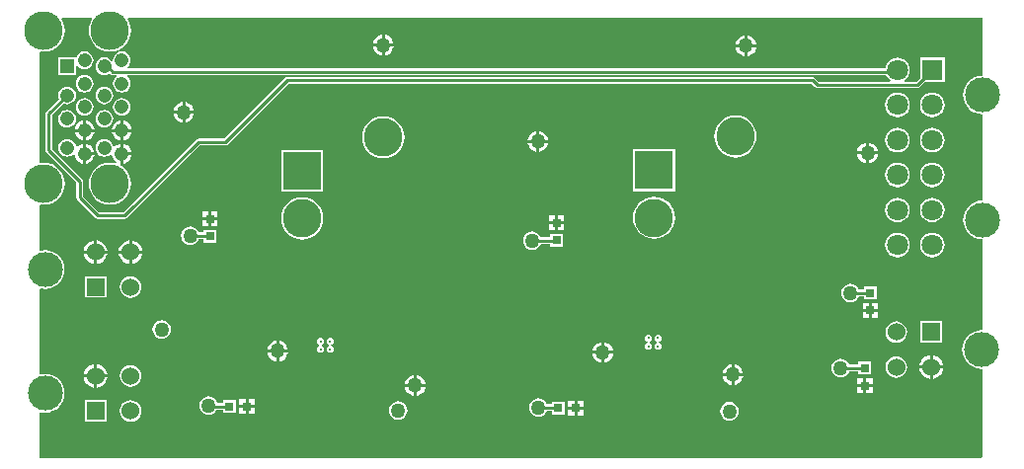
<source format=gtl>
G04*
G04 #@! TF.GenerationSoftware,Altium Limited,Altium Designer,20.2.6 (244)*
G04*
G04 Layer_Physical_Order=1*
G04 Layer_Color=255*
%FSLAX25Y25*%
%MOIN*%
G70*
G04*
G04 #@! TF.SameCoordinates,6757E463-D53E-4A0F-BFD9-6918A9DD6810*
G04*
G04*
G04 #@! TF.FilePolarity,Positive*
G04*
G01*
G75*
%ADD13C,0.01000*%
%ADD19C,0.01181*%
%ADD28R,0.03150X0.03150*%
%ADD29R,0.03150X0.03150*%
%ADD30R,0.04756X0.04756*%
%ADD31C,0.04756*%
%ADD32C,0.13055*%
%ADD33C,0.11811*%
%ADD34R,0.06024X0.06024*%
%ADD35C,0.06024*%
%ADD36R,0.07087X0.07087*%
%ADD37C,0.07087*%
%ADD38C,0.13000*%
%ADD39R,0.13000X0.13000*%
%ADD40C,0.05000*%
G36*
X328596Y128983D02*
X327465Y128872D01*
X326240Y128500D01*
X325112Y127897D01*
X324122Y127085D01*
X323311Y126096D01*
X322707Y124967D01*
X322336Y123743D01*
X322211Y122469D01*
X322336Y121196D01*
X322707Y119972D01*
X323311Y118843D01*
X324122Y117854D01*
X325112Y117042D01*
X326240Y116439D01*
X327465Y116067D01*
X328596Y115956D01*
Y86857D01*
X327465Y86746D01*
X326240Y86374D01*
X325112Y85771D01*
X324122Y84959D01*
X323311Y83970D01*
X322707Y82841D01*
X322336Y81617D01*
X322211Y80344D01*
X322336Y79070D01*
X322707Y77846D01*
X323311Y76717D01*
X324122Y75728D01*
X325112Y74916D01*
X326240Y74313D01*
X327465Y73941D01*
X328596Y73830D01*
Y43240D01*
X328438Y43097D01*
X327165Y42972D01*
X325940Y42600D01*
X324812Y41997D01*
X323822Y41185D01*
X323011Y40196D01*
X322407Y39067D01*
X322036Y37843D01*
X321911Y36569D01*
X322036Y35296D01*
X322407Y34071D01*
X323011Y32943D01*
X323822Y31954D01*
X324812Y31142D01*
X325940Y30539D01*
X327165Y30167D01*
X328438Y30042D01*
X328596Y29899D01*
Y433D01*
X328420Y6D01*
X10290D01*
Y15195D01*
X10692Y15493D01*
X11057Y15382D01*
X12330Y15257D01*
X13604Y15382D01*
X14828Y15754D01*
X15957Y16357D01*
X16946Y17169D01*
X17758Y18158D01*
X18361Y19286D01*
X18732Y20511D01*
X18858Y21784D01*
X18732Y23058D01*
X18361Y24283D01*
X17758Y25411D01*
X16946Y26400D01*
X15957Y27212D01*
X14828Y27815D01*
X13604Y28187D01*
X12330Y28312D01*
X11057Y28187D01*
X10692Y28076D01*
X10290Y28374D01*
Y56995D01*
X10692Y57293D01*
X11057Y57182D01*
X12330Y57057D01*
X13604Y57182D01*
X14828Y57554D01*
X15957Y58157D01*
X16946Y58969D01*
X17758Y59958D01*
X18361Y61086D01*
X18732Y62311D01*
X18858Y63585D01*
X18732Y64858D01*
X18361Y66082D01*
X17758Y67211D01*
X16946Y68200D01*
X15957Y69012D01*
X14828Y69615D01*
X13604Y69987D01*
X12330Y70112D01*
X11057Y69987D01*
X10692Y69876D01*
X10290Y70174D01*
X10290Y85114D01*
X10790Y85518D01*
X11846Y85414D01*
X13241Y85552D01*
X14583Y85959D01*
X15820Y86620D01*
X16904Y87509D01*
X17793Y88593D01*
X18454Y89830D01*
X18861Y91171D01*
X18999Y92567D01*
X18861Y93962D01*
X18454Y95304D01*
X17793Y96541D01*
X16904Y97624D01*
X15820Y98514D01*
X14583Y99175D01*
X13241Y99582D01*
X11846Y99719D01*
X10790Y99615D01*
X10290Y100020D01*
Y136846D01*
X10790Y137251D01*
X11846Y137147D01*
X13241Y137284D01*
X14583Y137691D01*
X15820Y138352D01*
X16904Y139242D01*
X17793Y140325D01*
X18454Y141562D01*
X18861Y142904D01*
X18999Y144299D01*
X18861Y145694D01*
X18454Y147036D01*
X17851Y148165D01*
X18044Y148665D01*
X28011D01*
X28203Y148165D01*
X27600Y147036D01*
X27193Y145694D01*
X27056Y144299D01*
X27193Y142904D01*
X27600Y141562D01*
X28261Y140325D01*
X29151Y139242D01*
X30234Y138352D01*
X31471Y137691D01*
X32813Y137284D01*
X34208Y137147D01*
X35604Y137284D01*
X36945Y137691D01*
X38182Y138352D01*
X39266Y139242D01*
X40155Y140325D01*
X40816Y141562D01*
X41223Y142904D01*
X41361Y144299D01*
X41223Y145694D01*
X40816Y147036D01*
X40213Y148165D01*
X40406Y148665D01*
X328596D01*
Y128983D01*
D02*
G37*
%LPC*%
G36*
X127000Y142854D02*
Y139890D01*
X129964D01*
X129910Y140304D01*
X129557Y141155D01*
X128996Y141886D01*
X128265Y142447D01*
X127414Y142800D01*
X127000Y142854D01*
D02*
G37*
G36*
X126000D02*
X125586Y142800D01*
X124735Y142447D01*
X124004Y141886D01*
X123443Y141155D01*
X123090Y140304D01*
X123036Y139890D01*
X126000D01*
Y142854D01*
D02*
G37*
G36*
X249400Y142604D02*
Y139640D01*
X252364D01*
X252310Y140054D01*
X251957Y140905D01*
X251396Y141636D01*
X250665Y142197D01*
X249814Y142550D01*
X249400Y142604D01*
D02*
G37*
G36*
X248400D02*
X247986Y142550D01*
X247135Y142197D01*
X246404Y141636D01*
X245843Y140905D01*
X245490Y140054D01*
X245436Y139640D01*
X248400D01*
Y142604D01*
D02*
G37*
G36*
X129964Y138890D02*
X127000D01*
Y135926D01*
X127414Y135980D01*
X128265Y136333D01*
X128996Y136894D01*
X129557Y137625D01*
X129910Y138476D01*
X129964Y138890D01*
D02*
G37*
G36*
X126000D02*
X123036D01*
X123090Y138476D01*
X123443Y137625D01*
X124004Y136894D01*
X124735Y136333D01*
X125586Y135980D01*
X126000Y135926D01*
Y138890D01*
D02*
G37*
G36*
X252364Y138640D02*
X249400D01*
Y135676D01*
X249814Y135730D01*
X250665Y136083D01*
X251396Y136644D01*
X251957Y137375D01*
X252310Y138226D01*
X252364Y138640D01*
D02*
G37*
G36*
X248400D02*
X245436D01*
X245490Y138226D01*
X245843Y137375D01*
X246404Y136644D01*
X247135Y136083D01*
X247986Y135730D01*
X248400Y135676D01*
Y138640D01*
D02*
G37*
G36*
X38224Y137175D02*
X37449Y137073D01*
X36727Y136774D01*
X36107Y136298D01*
X35631Y135678D01*
X35332Y134956D01*
X35230Y134181D01*
X35240Y134102D01*
X34762Y133904D01*
X34436Y134330D01*
X33816Y134806D01*
X33093Y135105D01*
X32318Y135207D01*
X31543Y135105D01*
X30821Y134806D01*
X30201Y134330D01*
X29725Y133710D01*
X29426Y132987D01*
X29324Y132212D01*
X29426Y131438D01*
X29725Y130716D01*
X30201Y130095D01*
X30821Y129620D01*
X31543Y129320D01*
X32318Y129218D01*
X33093Y129320D01*
X33816Y129620D01*
X34121Y129854D01*
X34458Y129517D01*
X34458Y129517D01*
X34819Y129276D01*
X35244Y129191D01*
X36285D01*
X36455Y128691D01*
X36107Y128424D01*
X35631Y127804D01*
X35332Y127082D01*
X35230Y126307D01*
X35332Y125532D01*
X35631Y124810D01*
X36107Y124190D01*
X36727Y123714D01*
X37449Y123415D01*
X38224Y123313D01*
X38999Y123415D01*
X39721Y123714D01*
X40341Y124190D01*
X40817Y124810D01*
X41116Y125532D01*
X41218Y126307D01*
X41116Y127082D01*
X40817Y127804D01*
X40341Y128424D01*
X39993Y128691D01*
X40163Y129191D01*
X296245D01*
X296387Y128849D01*
X297050Y127986D01*
X297679Y127503D01*
X297509Y127003D01*
X273470D01*
X272236Y128236D01*
X271876Y128477D01*
X271450Y128562D01*
X271450Y128562D01*
X93940D01*
X93940Y128562D01*
X93515Y128477D01*
X93154Y128236D01*
X93154Y128236D01*
X72710Y107793D01*
X64071D01*
X64071Y107793D01*
X63645Y107708D01*
X63285Y107467D01*
X38689Y82872D01*
X30511D01*
X25122Y88261D01*
Y93390D01*
X25122Y93390D01*
X25037Y93815D01*
X24796Y94176D01*
X14632Y104341D01*
Y115709D01*
X18560Y119637D01*
X18945Y119478D01*
X19720Y119376D01*
X20495Y119478D01*
X21217Y119777D01*
X21837Y120253D01*
X22313Y120873D01*
X22612Y121595D01*
X22714Y122370D01*
X22612Y123145D01*
X22313Y123867D01*
X21837Y124487D01*
X21217Y124963D01*
X20495Y125262D01*
X19720Y125364D01*
X18945Y125262D01*
X18223Y124963D01*
X17603Y124487D01*
X17127Y123867D01*
X16828Y123145D01*
X16726Y122370D01*
X16828Y121595D01*
X16987Y121210D01*
X12734Y116956D01*
X12493Y116595D01*
X12408Y116170D01*
X12408Y116170D01*
Y103880D01*
X12408Y103880D01*
X12493Y103454D01*
X12734Y103094D01*
X22898Y92929D01*
Y87800D01*
X22898Y87800D01*
X22983Y87375D01*
X23224Y87014D01*
X29264Y80974D01*
X29625Y80733D01*
X30050Y80648D01*
X30050Y80648D01*
X39150D01*
X39150Y80648D01*
X39575Y80733D01*
X39936Y80974D01*
X64532Y105569D01*
X73171D01*
X73171Y105569D01*
X73597Y105654D01*
X73957Y105895D01*
X94401Y126338D01*
X270989D01*
X272223Y125104D01*
X272223Y125104D01*
X272584Y124863D01*
X273009Y124779D01*
X306766D01*
X306766Y124779D01*
X307191Y124863D01*
X307552Y125104D01*
X309248Y126800D01*
X315943D01*
Y135068D01*
X307675D01*
Y128373D01*
X306305Y127003D01*
X302486D01*
X302317Y127503D01*
X302946Y127986D01*
X303609Y128849D01*
X304025Y129855D01*
X304167Y130934D01*
X304025Y132013D01*
X303609Y133019D01*
X302946Y133882D01*
X302083Y134545D01*
X301077Y134961D01*
X299998Y135103D01*
X298919Y134961D01*
X297913Y134545D01*
X297050Y133882D01*
X296387Y133019D01*
X295970Y132013D01*
X295892Y131415D01*
X40317D01*
X40147Y131915D01*
X40341Y132064D01*
X40817Y132684D01*
X41116Y133406D01*
X41218Y134181D01*
X41116Y134956D01*
X40817Y135678D01*
X40341Y136298D01*
X39721Y136774D01*
X38999Y137073D01*
X38224Y137175D01*
D02*
G37*
G36*
X25626D02*
X24851Y137073D01*
X24128Y136774D01*
X23508Y136298D01*
X23032Y135678D01*
X22983Y135559D01*
X22689Y135181D01*
X16751D01*
Y129244D01*
X22689D01*
Y132311D01*
X23189Y132481D01*
X23508Y132064D01*
X24128Y131588D01*
X24851Y131289D01*
X25626Y131187D01*
X26401Y131289D01*
X27123Y131588D01*
X27743Y132064D01*
X28218Y132684D01*
X28518Y133406D01*
X28620Y134181D01*
X28518Y134956D01*
X28218Y135678D01*
X27743Y136298D01*
X27123Y136774D01*
X26401Y137073D01*
X25626Y137175D01*
D02*
G37*
G36*
Y129301D02*
X24851Y129199D01*
X24128Y128900D01*
X23508Y128424D01*
X23032Y127804D01*
X22733Y127082D01*
X22631Y126307D01*
X22733Y125532D01*
X23032Y124810D01*
X23508Y124190D01*
X24128Y123714D01*
X24851Y123415D01*
X25626Y123313D01*
X26401Y123415D01*
X27123Y123714D01*
X27743Y124190D01*
X28218Y124810D01*
X28518Y125532D01*
X28620Y126307D01*
X28518Y127082D01*
X28218Y127804D01*
X27743Y128424D01*
X27123Y128900D01*
X26401Y129199D01*
X25626Y129301D01*
D02*
G37*
G36*
X32318Y125364D02*
X31543Y125262D01*
X30821Y124963D01*
X30201Y124487D01*
X29725Y123867D01*
X29426Y123145D01*
X29324Y122370D01*
X29426Y121595D01*
X29725Y120873D01*
X30201Y120253D01*
X30821Y119777D01*
X31543Y119478D01*
X32318Y119376D01*
X33093Y119478D01*
X33816Y119777D01*
X34436Y120253D01*
X34911Y120873D01*
X35210Y121595D01*
X35313Y122370D01*
X35210Y123145D01*
X34911Y123867D01*
X34436Y124487D01*
X33816Y124963D01*
X33093Y125262D01*
X32318Y125364D01*
D02*
G37*
G36*
X59600Y120134D02*
Y117170D01*
X62564D01*
X62510Y117584D01*
X62157Y118435D01*
X61596Y119166D01*
X60865Y119727D01*
X60014Y120080D01*
X59600Y120134D01*
D02*
G37*
G36*
X58600D02*
X58186Y120080D01*
X57335Y119727D01*
X56604Y119166D01*
X56043Y118435D01*
X55690Y117584D01*
X55636Y117170D01*
X58600D01*
Y120134D01*
D02*
G37*
G36*
X38224Y121427D02*
X37449Y121325D01*
X36727Y121026D01*
X36107Y120550D01*
X35631Y119930D01*
X35332Y119208D01*
X35230Y118433D01*
X35332Y117658D01*
X35631Y116936D01*
X36107Y116316D01*
X36727Y115840D01*
X37449Y115541D01*
X38224Y115439D01*
X38999Y115541D01*
X39721Y115840D01*
X40341Y116316D01*
X40817Y116936D01*
X41116Y117658D01*
X41218Y118433D01*
X41116Y119208D01*
X40817Y119930D01*
X40341Y120550D01*
X39721Y121026D01*
X38999Y121325D01*
X38224Y121427D01*
D02*
G37*
G36*
X25626D02*
X24851Y121325D01*
X24128Y121026D01*
X23508Y120550D01*
X23032Y119930D01*
X22733Y119208D01*
X22631Y118433D01*
X22733Y117658D01*
X23032Y116936D01*
X23508Y116316D01*
X24128Y115840D01*
X24851Y115541D01*
X25626Y115439D01*
X26401Y115541D01*
X27123Y115840D01*
X27743Y116316D01*
X28218Y116936D01*
X28518Y117658D01*
X28620Y118433D01*
X28518Y119208D01*
X28218Y119930D01*
X27743Y120550D01*
X27123Y121026D01*
X26401Y121325D01*
X25626Y121427D01*
D02*
G37*
G36*
X311809Y123293D02*
X310730Y123150D01*
X309724Y122734D01*
X308861Y122071D01*
X308198Y121208D01*
X307781Y120202D01*
X307639Y119123D01*
X307781Y118044D01*
X308198Y117038D01*
X308861Y116175D01*
X309724Y115512D01*
X310730Y115095D01*
X311809Y114953D01*
X312888Y115095D01*
X313894Y115512D01*
X314757Y116175D01*
X315420Y117038D01*
X315836Y118044D01*
X315978Y119123D01*
X315836Y120202D01*
X315420Y121208D01*
X314757Y122071D01*
X313894Y122734D01*
X312888Y123150D01*
X311809Y123293D01*
D02*
G37*
G36*
X299998D02*
X298919Y123150D01*
X297913Y122734D01*
X297050Y122071D01*
X296387Y121208D01*
X295970Y120202D01*
X295828Y119123D01*
X295970Y118044D01*
X296387Y117038D01*
X297050Y116175D01*
X297913Y115512D01*
X298919Y115095D01*
X299998Y114953D01*
X301077Y115095D01*
X302083Y115512D01*
X302946Y116175D01*
X303609Y117038D01*
X304025Y118044D01*
X304167Y119123D01*
X304025Y120202D01*
X303609Y121208D01*
X302946Y122071D01*
X302083Y122734D01*
X301077Y123150D01*
X299998Y123293D01*
D02*
G37*
G36*
X62564Y116170D02*
X59600D01*
Y113206D01*
X60014Y113260D01*
X60865Y113613D01*
X61596Y114174D01*
X62157Y114905D01*
X62510Y115756D01*
X62564Y116170D01*
D02*
G37*
G36*
X58600D02*
X55636D01*
X55690Y115756D01*
X56043Y114905D01*
X56604Y114174D01*
X57335Y113613D01*
X58186Y113260D01*
X58600Y113206D01*
Y116170D01*
D02*
G37*
G36*
X32318Y117490D02*
X31543Y117388D01*
X30821Y117089D01*
X30201Y116613D01*
X29725Y115993D01*
X29426Y115271D01*
X29324Y114496D01*
X29426Y113721D01*
X29725Y112999D01*
X30201Y112379D01*
X30821Y111903D01*
X31543Y111604D01*
X32318Y111502D01*
X33093Y111604D01*
X33816Y111903D01*
X34436Y112379D01*
X34911Y112999D01*
X35210Y113721D01*
X35313Y114496D01*
X35210Y115271D01*
X34911Y115993D01*
X34436Y116613D01*
X33816Y117089D01*
X33093Y117388D01*
X32318Y117490D01*
D02*
G37*
G36*
X19720D02*
X18945Y117388D01*
X18223Y117089D01*
X17603Y116613D01*
X17127Y115993D01*
X16828Y115271D01*
X16726Y114496D01*
X16828Y113721D01*
X17127Y112999D01*
X17603Y112379D01*
X18223Y111903D01*
X18945Y111604D01*
X19720Y111502D01*
X20495Y111604D01*
X21217Y111903D01*
X21837Y112379D01*
X22313Y112999D01*
X22612Y113721D01*
X22714Y114496D01*
X22612Y115271D01*
X22313Y115993D01*
X21837Y116613D01*
X21217Y117089D01*
X20495Y117388D01*
X19720Y117490D01*
D02*
G37*
G36*
X38724Y113900D02*
Y111059D01*
X41565D01*
X41515Y111441D01*
X41175Y112262D01*
X40633Y112968D01*
X39928Y113510D01*
X39106Y113850D01*
X38724Y113900D01*
D02*
G37*
G36*
X26125D02*
Y111059D01*
X28967D01*
X28916Y111441D01*
X28576Y112262D01*
X28035Y112968D01*
X27329Y113510D01*
X26507Y113850D01*
X26125Y113900D01*
D02*
G37*
G36*
X37724D02*
X37342Y113850D01*
X36520Y113510D01*
X35815Y112968D01*
X35273Y112262D01*
X34933Y111441D01*
X34883Y111059D01*
X37724D01*
Y113900D01*
D02*
G37*
G36*
X25126D02*
X24744Y113850D01*
X23922Y113510D01*
X23216Y112968D01*
X22675Y112262D01*
X22334Y111441D01*
X22284Y111059D01*
X25126D01*
Y113900D01*
D02*
G37*
G36*
X179160Y110324D02*
Y107360D01*
X182124D01*
X182070Y107774D01*
X181717Y108625D01*
X181156Y109356D01*
X180425Y109917D01*
X179574Y110270D01*
X179160Y110324D01*
D02*
G37*
G36*
X178160D02*
X177746Y110270D01*
X176895Y109917D01*
X176164Y109356D01*
X175603Y108625D01*
X175250Y107774D01*
X175196Y107360D01*
X178160D01*
Y110324D01*
D02*
G37*
G36*
X41565Y110059D02*
X38724D01*
Y107218D01*
X39106Y107268D01*
X39928Y107608D01*
X40633Y108150D01*
X41175Y108855D01*
X41515Y109677D01*
X41565Y110059D01*
D02*
G37*
G36*
X28967D02*
X26125D01*
Y107218D01*
X26507Y107268D01*
X27329Y107608D01*
X28035Y108150D01*
X28576Y108855D01*
X28916Y109677D01*
X28967Y110059D01*
D02*
G37*
G36*
X37724D02*
X34883D01*
X34933Y109677D01*
X35273Y108855D01*
X35815Y108150D01*
X36520Y107608D01*
X37342Y107268D01*
X37724Y107218D01*
Y110059D01*
D02*
G37*
G36*
X25126D02*
X22284D01*
X22334Y109677D01*
X22675Y108855D01*
X23216Y108150D01*
X23922Y107608D01*
X24744Y107268D01*
X25126Y107218D01*
Y110059D01*
D02*
G37*
G36*
X290460Y106444D02*
Y103480D01*
X293424D01*
X293370Y103894D01*
X293017Y104745D01*
X292456Y105476D01*
X291725Y106037D01*
X290874Y106390D01*
X290460Y106444D01*
D02*
G37*
G36*
X289460D02*
X289046Y106390D01*
X288195Y106037D01*
X287464Y105476D01*
X286903Y104745D01*
X286550Y103894D01*
X286496Y103480D01*
X289460D01*
Y106444D01*
D02*
G37*
G36*
X182124Y106360D02*
X179160D01*
Y103396D01*
X179574Y103450D01*
X180425Y103803D01*
X181156Y104364D01*
X181717Y105095D01*
X182070Y105946D01*
X182124Y106360D01*
D02*
G37*
G36*
X178160D02*
X175196D01*
X175250Y105946D01*
X175603Y105095D01*
X176164Y104364D01*
X176895Y103803D01*
X177746Y103450D01*
X178160Y103396D01*
Y106360D01*
D02*
G37*
G36*
X38724Y106026D02*
Y103185D01*
X41565D01*
X41515Y103567D01*
X41175Y104388D01*
X40633Y105094D01*
X39928Y105636D01*
X39106Y105976D01*
X38724Y106026D01*
D02*
G37*
G36*
X26125D02*
Y103185D01*
X28967D01*
X28916Y103567D01*
X28576Y104388D01*
X28035Y105094D01*
X27329Y105636D01*
X26507Y105976D01*
X26125Y106026D01*
D02*
G37*
G36*
X311809Y111481D02*
X310730Y111339D01*
X309724Y110923D01*
X308861Y110260D01*
X308198Y109397D01*
X307781Y108391D01*
X307639Y107312D01*
X307781Y106233D01*
X308198Y105227D01*
X308861Y104364D01*
X309724Y103701D01*
X310730Y103285D01*
X311809Y103142D01*
X312888Y103285D01*
X313894Y103701D01*
X314757Y104364D01*
X315420Y105227D01*
X315836Y106233D01*
X315978Y107312D01*
X315836Y108391D01*
X315420Y109397D01*
X314757Y110260D01*
X313894Y110923D01*
X312888Y111339D01*
X311809Y111481D01*
D02*
G37*
G36*
X299998D02*
X298919Y111339D01*
X297913Y110923D01*
X297050Y110260D01*
X296387Y109397D01*
X295970Y108391D01*
X295828Y107312D01*
X295970Y106233D01*
X296387Y105227D01*
X297050Y104364D01*
X297913Y103701D01*
X298919Y103285D01*
X299998Y103142D01*
X301077Y103285D01*
X302083Y103701D01*
X302946Y104364D01*
X303609Y105227D01*
X304025Y106233D01*
X304167Y107312D01*
X304025Y108391D01*
X303609Y109397D01*
X302946Y110260D01*
X302083Y110923D01*
X301077Y111339D01*
X299998Y111481D01*
D02*
G37*
G36*
X245320Y115625D02*
X243930Y115488D01*
X242593Y115083D01*
X241362Y114424D01*
X240282Y113538D01*
X239396Y112458D01*
X238738Y111227D01*
X238332Y109890D01*
X238195Y108500D01*
X238332Y107110D01*
X238738Y105773D01*
X239396Y104542D01*
X240282Y103462D01*
X241362Y102576D01*
X242593Y101918D01*
X243930Y101512D01*
X245320Y101375D01*
X246710Y101512D01*
X248047Y101918D01*
X249278Y102576D01*
X250358Y103462D01*
X251244Y104542D01*
X251903Y105773D01*
X252308Y107110D01*
X252445Y108500D01*
X252308Y109890D01*
X251903Y111227D01*
X251244Y112458D01*
X250358Y113538D01*
X249278Y114424D01*
X248047Y115083D01*
X246710Y115488D01*
X245320Y115625D01*
D02*
G37*
G36*
X126490Y115395D02*
X125100Y115258D01*
X123763Y114852D01*
X122532Y114194D01*
X121452Y113308D01*
X120566Y112228D01*
X119907Y110997D01*
X119502Y109660D01*
X119365Y108270D01*
X119502Y106880D01*
X119907Y105543D01*
X120566Y104312D01*
X121452Y103232D01*
X122532Y102346D01*
X123763Y101688D01*
X125100Y101282D01*
X126490Y101145D01*
X127880Y101282D01*
X129217Y101688D01*
X130448Y102346D01*
X131528Y103232D01*
X132414Y104312D01*
X133072Y105543D01*
X133478Y106880D01*
X133615Y108270D01*
X133478Y109660D01*
X133072Y110997D01*
X132414Y112228D01*
X131528Y113308D01*
X130448Y114194D01*
X129217Y114852D01*
X127880Y115258D01*
X126490Y115395D01*
D02*
G37*
G36*
X293424Y102480D02*
X290460D01*
Y99516D01*
X290874Y99570D01*
X291725Y99923D01*
X292456Y100484D01*
X293017Y101215D01*
X293370Y102066D01*
X293424Y102480D01*
D02*
G37*
G36*
X289460D02*
X286496D01*
X286550Y102066D01*
X286903Y101215D01*
X287464Y100484D01*
X288195Y99923D01*
X289046Y99570D01*
X289460Y99516D01*
Y102480D01*
D02*
G37*
G36*
X32318Y107648D02*
X31543Y107546D01*
X30821Y107246D01*
X30201Y106771D01*
X29725Y106150D01*
X29426Y105428D01*
X29324Y104654D01*
X29426Y103878D01*
X29725Y103156D01*
X30201Y102536D01*
X30821Y102060D01*
X31543Y101761D01*
X32318Y101659D01*
X33093Y101761D01*
X33816Y102060D01*
X34342Y102464D01*
X34689Y102387D01*
X34870Y102281D01*
X34933Y101803D01*
X35273Y100981D01*
X35815Y100276D01*
X36322Y99887D01*
X36090Y99435D01*
X35604Y99582D01*
X34208Y99719D01*
X32813Y99582D01*
X31471Y99175D01*
X30234Y98514D01*
X29151Y97624D01*
X28261Y96541D01*
X27600Y95304D01*
X27193Y93962D01*
X27056Y92567D01*
X27193Y91171D01*
X27600Y89830D01*
X28261Y88593D01*
X29151Y87509D01*
X30234Y86620D01*
X31471Y85959D01*
X32813Y85552D01*
X34208Y85414D01*
X35604Y85552D01*
X36945Y85959D01*
X38182Y86620D01*
X39266Y87509D01*
X40155Y88593D01*
X40816Y89830D01*
X41223Y91171D01*
X41361Y92567D01*
X41223Y93962D01*
X40816Y95304D01*
X40155Y96541D01*
X39266Y97624D01*
X38182Y98514D01*
X37524Y98866D01*
X37679Y99349D01*
X37724Y99344D01*
Y102685D01*
Y106026D01*
X37342Y105976D01*
X36520Y105636D01*
X35815Y105094D01*
X35767Y105032D01*
X35244Y105172D01*
X35210Y105428D01*
X34911Y106150D01*
X34436Y106771D01*
X33816Y107246D01*
X33093Y107546D01*
X32318Y107648D01*
D02*
G37*
G36*
X41565Y102185D02*
X38724D01*
Y99344D01*
X39106Y99394D01*
X39928Y99734D01*
X40633Y100276D01*
X41175Y100981D01*
X41515Y101803D01*
X41565Y102185D01*
D02*
G37*
G36*
X28967D02*
X26125D01*
Y99344D01*
X26507Y99394D01*
X27329Y99734D01*
X28035Y100276D01*
X28576Y100981D01*
X28916Y101803D01*
X28967Y102185D01*
D02*
G37*
G36*
X19720Y107648D02*
X18945Y107546D01*
X18223Y107246D01*
X17603Y106771D01*
X17127Y106150D01*
X16828Y105428D01*
X16726Y104654D01*
X16828Y103878D01*
X17127Y103156D01*
X17603Y102536D01*
X18223Y102060D01*
X18945Y101761D01*
X19720Y101659D01*
X20495Y101761D01*
X21217Y102060D01*
X21743Y102464D01*
X22091Y102387D01*
X22272Y102281D01*
X22334Y101803D01*
X22675Y100981D01*
X23216Y100276D01*
X23922Y99734D01*
X24744Y99394D01*
X25126Y99344D01*
Y102685D01*
Y106026D01*
X24744Y105976D01*
X23922Y105636D01*
X23216Y105094D01*
X23169Y105032D01*
X22646Y105172D01*
X22612Y105428D01*
X22313Y106150D01*
X21837Y106771D01*
X21217Y107246D01*
X20495Y107546D01*
X19720Y107648D01*
D02*
G37*
G36*
X311809Y99670D02*
X310730Y99528D01*
X309724Y99112D01*
X308861Y98449D01*
X308198Y97586D01*
X307781Y96580D01*
X307639Y95501D01*
X307781Y94422D01*
X308198Y93416D01*
X308861Y92553D01*
X309724Y91890D01*
X310730Y91474D01*
X311809Y91331D01*
X312888Y91474D01*
X313894Y91890D01*
X314757Y92553D01*
X315420Y93416D01*
X315836Y94422D01*
X315978Y95501D01*
X315836Y96580D01*
X315420Y97586D01*
X314757Y98449D01*
X313894Y99112D01*
X312888Y99528D01*
X311809Y99670D01*
D02*
G37*
G36*
X299998D02*
X298919Y99528D01*
X297913Y99112D01*
X297050Y98449D01*
X296387Y97586D01*
X295970Y96580D01*
X295828Y95501D01*
X295970Y94422D01*
X296387Y93416D01*
X297050Y92553D01*
X297913Y91890D01*
X298919Y91474D01*
X299998Y91331D01*
X301077Y91474D01*
X302083Y91890D01*
X302946Y92553D01*
X303609Y93416D01*
X304025Y94422D01*
X304167Y95501D01*
X304025Y96580D01*
X303609Y97586D01*
X302946Y98449D01*
X302083Y99112D01*
X301077Y99528D01*
X299998Y99670D01*
D02*
G37*
G36*
X224973Y104225D02*
X210792D01*
Y90044D01*
X224973D01*
Y104225D01*
D02*
G37*
G36*
X106143Y103995D02*
X91962D01*
Y89814D01*
X106143D01*
Y103995D01*
D02*
G37*
G36*
X70555Y83237D02*
X68480D01*
Y81163D01*
X70555D01*
Y83237D01*
D02*
G37*
G36*
X67480D02*
X65405D01*
Y81163D01*
X67480D01*
Y83237D01*
D02*
G37*
G36*
X187575Y81968D02*
X185500D01*
Y79893D01*
X187575D01*
Y81968D01*
D02*
G37*
G36*
X184500D02*
X182425D01*
Y79893D01*
X184500D01*
Y81968D01*
D02*
G37*
G36*
X311809Y87859D02*
X310730Y87717D01*
X309724Y87301D01*
X308861Y86638D01*
X308198Y85775D01*
X307781Y84769D01*
X307639Y83690D01*
X307781Y82611D01*
X308198Y81605D01*
X308861Y80742D01*
X309724Y80079D01*
X310730Y79663D01*
X311809Y79520D01*
X312888Y79663D01*
X313894Y80079D01*
X314757Y80742D01*
X315420Y81605D01*
X315836Y82611D01*
X315978Y83690D01*
X315836Y84769D01*
X315420Y85775D01*
X314757Y86638D01*
X313894Y87301D01*
X312888Y87717D01*
X311809Y87859D01*
D02*
G37*
G36*
X299998D02*
X298919Y87717D01*
X297913Y87301D01*
X297050Y86638D01*
X296387Y85775D01*
X295970Y84769D01*
X295828Y83690D01*
X295970Y82611D01*
X296387Y81605D01*
X297050Y80742D01*
X297913Y80079D01*
X298919Y79663D01*
X299998Y79520D01*
X301077Y79663D01*
X302083Y80079D01*
X302946Y80742D01*
X303609Y81605D01*
X304025Y82611D01*
X304167Y83690D01*
X304025Y84769D01*
X303609Y85775D01*
X302946Y86638D01*
X302083Y87301D01*
X301077Y87717D01*
X299998Y87859D01*
D02*
G37*
G36*
X70555Y80163D02*
X68480D01*
Y78088D01*
X70555D01*
Y80163D01*
D02*
G37*
G36*
X67480D02*
X65405D01*
Y78088D01*
X67480D01*
Y80163D01*
D02*
G37*
G36*
X187575Y78893D02*
X185500D01*
Y76818D01*
X187575D01*
Y78893D01*
D02*
G37*
G36*
X184500D02*
X182425D01*
Y76818D01*
X184500D01*
Y78893D01*
D02*
G37*
G36*
X217882Y88187D02*
X216492Y88050D01*
X215156Y87645D01*
X213924Y86986D01*
X212844Y86100D01*
X211958Y85021D01*
X211300Y83789D01*
X210894Y82452D01*
X210757Y81062D01*
X210894Y79672D01*
X211300Y78336D01*
X211958Y77104D01*
X212844Y76024D01*
X213924Y75138D01*
X215156Y74480D01*
X216492Y74074D01*
X217882Y73937D01*
X219272Y74074D01*
X220609Y74480D01*
X221841Y75138D01*
X222920Y76024D01*
X223806Y77104D01*
X224465Y78336D01*
X224870Y79672D01*
X225007Y81062D01*
X224870Y82452D01*
X224465Y83789D01*
X223806Y85021D01*
X222920Y86100D01*
X221841Y86986D01*
X220609Y87645D01*
X219272Y88050D01*
X217882Y88187D01*
D02*
G37*
G36*
X99052Y87957D02*
X97662Y87820D01*
X96326Y87415D01*
X95094Y86756D01*
X94014Y85870D01*
X93128Y84790D01*
X92470Y83559D01*
X92064Y82222D01*
X91927Y80832D01*
X92064Y79442D01*
X92470Y78106D01*
X93128Y76874D01*
X94014Y75794D01*
X95094Y74908D01*
X96326Y74250D01*
X97662Y73844D01*
X99052Y73707D01*
X100442Y73844D01*
X101779Y74250D01*
X103010Y74908D01*
X104090Y75794D01*
X104976Y76874D01*
X105635Y78106D01*
X106040Y79442D01*
X106177Y80832D01*
X106040Y82222D01*
X105635Y83559D01*
X104976Y84790D01*
X104090Y85870D01*
X103010Y86756D01*
X101779Y87415D01*
X100442Y87820D01*
X99052Y87957D01*
D02*
G37*
G36*
X61270Y78087D02*
X60463Y77981D01*
X59711Y77670D01*
X59066Y77174D01*
X58570Y76529D01*
X58259Y75777D01*
X58153Y74970D01*
X58259Y74163D01*
X58570Y73411D01*
X59066Y72766D01*
X59711Y72270D01*
X60463Y71959D01*
X61270Y71853D01*
X62077Y71959D01*
X62829Y72270D01*
X63474Y72766D01*
X63970Y73411D01*
X64155Y73858D01*
X65815D01*
Y72592D01*
X70145D01*
Y76923D01*
X65815D01*
Y76082D01*
X64155D01*
X63970Y76529D01*
X63474Y77174D01*
X62829Y77670D01*
X62077Y77981D01*
X61270Y78087D01*
D02*
G37*
G36*
X176700Y76427D02*
X175893Y76321D01*
X175141Y76010D01*
X174496Y75514D01*
X174000Y74869D01*
X173689Y74117D01*
X173583Y73310D01*
X173689Y72503D01*
X174000Y71751D01*
X174496Y71106D01*
X175141Y70610D01*
X175893Y70299D01*
X176700Y70193D01*
X177507Y70299D01*
X178259Y70610D01*
X178904Y71106D01*
X179400Y71751D01*
X179585Y72198D01*
X182835D01*
Y71322D01*
X187165D01*
Y75653D01*
X182835D01*
Y74422D01*
X179585D01*
X179400Y74869D01*
X178904Y75514D01*
X178259Y76010D01*
X177507Y76321D01*
X176700Y76427D01*
D02*
G37*
G36*
X41649Y73471D02*
Y69990D01*
X45130D01*
X45058Y70537D01*
X44653Y71513D01*
X44010Y72351D01*
X43172Y72994D01*
X42196Y73399D01*
X41649Y73471D01*
D02*
G37*
G36*
X29838D02*
Y69990D01*
X33319D01*
X33247Y70537D01*
X32842Y71513D01*
X32199Y72351D01*
X31361Y72994D01*
X30385Y73399D01*
X29838Y73471D01*
D02*
G37*
G36*
X40649D02*
X40102Y73399D01*
X39126Y72994D01*
X38288Y72351D01*
X37645Y71513D01*
X37240Y70537D01*
X37168Y69990D01*
X40649D01*
Y73471D01*
D02*
G37*
G36*
X28838D02*
X28291Y73399D01*
X27315Y72994D01*
X26477Y72351D01*
X25834Y71513D01*
X25429Y70537D01*
X25357Y69990D01*
X28838D01*
Y73471D01*
D02*
G37*
G36*
X311809Y76048D02*
X310730Y75906D01*
X309724Y75490D01*
X308861Y74827D01*
X308198Y73964D01*
X307781Y72958D01*
X307639Y71879D01*
X307781Y70800D01*
X308198Y69794D01*
X308861Y68931D01*
X309724Y68268D01*
X310730Y67851D01*
X311809Y67709D01*
X312888Y67851D01*
X313894Y68268D01*
X314757Y68931D01*
X315420Y69794D01*
X315836Y70800D01*
X315978Y71879D01*
X315836Y72958D01*
X315420Y73964D01*
X314757Y74827D01*
X313894Y75490D01*
X312888Y75906D01*
X311809Y76048D01*
D02*
G37*
G36*
X299998D02*
X298919Y75906D01*
X297913Y75490D01*
X297050Y74827D01*
X296387Y73964D01*
X295970Y72958D01*
X295828Y71879D01*
X295970Y70800D01*
X296387Y69794D01*
X297050Y68931D01*
X297913Y68268D01*
X298919Y67851D01*
X299998Y67709D01*
X301077Y67851D01*
X302083Y68268D01*
X302946Y68931D01*
X303609Y69794D01*
X304025Y70800D01*
X304167Y71879D01*
X304025Y72958D01*
X303609Y73964D01*
X302946Y74827D01*
X302083Y75490D01*
X301077Y75906D01*
X299998Y76048D01*
D02*
G37*
G36*
X45130Y68990D02*
X41649D01*
Y65509D01*
X42196Y65581D01*
X43172Y65986D01*
X44010Y66629D01*
X44653Y67467D01*
X45058Y68443D01*
X45130Y68990D01*
D02*
G37*
G36*
X33319D02*
X29838D01*
Y65509D01*
X30385Y65581D01*
X31361Y65986D01*
X32199Y66629D01*
X32842Y67467D01*
X33247Y68443D01*
X33319Y68990D01*
D02*
G37*
G36*
X40649D02*
X37168D01*
X37240Y68443D01*
X37645Y67467D01*
X38288Y66629D01*
X39126Y65986D01*
X40102Y65581D01*
X40649Y65509D01*
Y68990D01*
D02*
G37*
G36*
X28838D02*
X25357D01*
X25429Y68443D01*
X25834Y67467D01*
X26477Y66629D01*
X27315Y65986D01*
X28291Y65581D01*
X28838Y65509D01*
Y68990D01*
D02*
G37*
G36*
X32940Y61281D02*
X25736D01*
Y54077D01*
X32940D01*
Y61281D01*
D02*
G37*
G36*
X41149Y61312D02*
X40209Y61189D01*
X39332Y60826D01*
X38580Y60248D01*
X38002Y59496D01*
X37639Y58619D01*
X37516Y57679D01*
X37639Y56739D01*
X38002Y55862D01*
X38580Y55110D01*
X39332Y54532D01*
X40209Y54169D01*
X41149Y54045D01*
X42090Y54169D01*
X42966Y54532D01*
X43718Y55110D01*
X44296Y55862D01*
X44659Y56739D01*
X44783Y57679D01*
X44659Y58619D01*
X44296Y59496D01*
X43718Y60248D01*
X42966Y60826D01*
X42090Y61189D01*
X41149Y61312D01*
D02*
G37*
G36*
X284130Y58777D02*
X283323Y58671D01*
X282571Y58360D01*
X281926Y57864D01*
X281430Y57219D01*
X281119Y56467D01*
X281013Y55660D01*
X281119Y54853D01*
X281430Y54101D01*
X281926Y53456D01*
X282571Y52960D01*
X283323Y52649D01*
X284130Y52543D01*
X284937Y52649D01*
X285689Y52960D01*
X286334Y53456D01*
X286830Y54101D01*
X287015Y54548D01*
X288715D01*
Y53495D01*
X293045D01*
Y57825D01*
X288715D01*
Y56772D01*
X287015D01*
X286830Y57219D01*
X286334Y57864D01*
X285689Y58360D01*
X284937Y58671D01*
X284130Y58777D01*
D02*
G37*
G36*
X293455Y52329D02*
X291380D01*
Y50254D01*
X293455D01*
Y52329D01*
D02*
G37*
G36*
X290380D02*
X288305D01*
Y50254D01*
X290380D01*
Y52329D01*
D02*
G37*
G36*
X293455Y49255D02*
X291380D01*
Y47180D01*
X293455D01*
Y49255D01*
D02*
G37*
G36*
X290380D02*
X288305D01*
Y47180D01*
X290380D01*
Y49255D01*
D02*
G37*
G36*
X51640Y46497D02*
X50833Y46391D01*
X50081Y46080D01*
X49436Y45584D01*
X48940Y44939D01*
X48629Y44187D01*
X48523Y43380D01*
X48629Y42573D01*
X48940Y41821D01*
X49436Y41176D01*
X50081Y40680D01*
X50833Y40369D01*
X51640Y40263D01*
X52447Y40369D01*
X53199Y40680D01*
X53844Y41176D01*
X54340Y41821D01*
X54651Y42573D01*
X54757Y43380D01*
X54651Y44187D01*
X54340Y44939D01*
X53844Y45584D01*
X53199Y46080D01*
X52447Y46391D01*
X51640Y46497D01*
D02*
G37*
G36*
X315033Y46077D02*
X307828D01*
Y38873D01*
X315033D01*
Y46077D01*
D02*
G37*
G36*
X299619Y46108D02*
X298679Y45985D01*
X297802Y45622D01*
X297050Y45044D01*
X296473Y44292D01*
X296110Y43415D01*
X295986Y42475D01*
X296110Y41535D01*
X296473Y40658D01*
X297050Y39906D01*
X297802Y39328D01*
X298679Y38965D01*
X299619Y38842D01*
X300559Y38965D01*
X301436Y39328D01*
X302188Y39906D01*
X302766Y40658D01*
X303129Y41535D01*
X303253Y42475D01*
X303129Y43415D01*
X302766Y44292D01*
X302188Y45044D01*
X301436Y45622D01*
X300559Y45985D01*
X299619Y46108D01*
D02*
G37*
G36*
X91330Y39544D02*
Y36580D01*
X94294D01*
X94240Y36994D01*
X93887Y37845D01*
X93326Y38576D01*
X92595Y39137D01*
X91744Y39490D01*
X91330Y39544D01*
D02*
G37*
G36*
X90330D02*
X89916Y39490D01*
X89065Y39137D01*
X88334Y38576D01*
X87773Y37845D01*
X87420Y36994D01*
X87366Y36580D01*
X90330D01*
Y39544D01*
D02*
G37*
G36*
X219167Y41691D02*
X218706Y41599D01*
X218316Y41338D01*
X218055Y40948D01*
X217963Y40487D01*
X218055Y40026D01*
X218316Y39635D01*
X218706Y39374D01*
X218759Y39364D01*
Y38854D01*
X218706Y38844D01*
X218316Y38583D01*
X218055Y38192D01*
X217963Y37731D01*
X218055Y37270D01*
X218316Y36879D01*
X218706Y36618D01*
X219167Y36527D01*
X219628Y36618D01*
X220019Y36879D01*
X220280Y37270D01*
X220372Y37731D01*
X220280Y38192D01*
X220019Y38583D01*
X219628Y38844D01*
X219575Y38854D01*
Y39364D01*
X219628Y39374D01*
X220019Y39635D01*
X220280Y40026D01*
X220372Y40487D01*
X220280Y40948D01*
X220019Y41338D01*
X219628Y41599D01*
X219167Y41691D01*
D02*
G37*
G36*
X216018D02*
X215557Y41599D01*
X215166Y41338D01*
X214905Y40948D01*
X214813Y40487D01*
X214905Y40026D01*
X215166Y39635D01*
X215557Y39374D01*
X215610Y39364D01*
Y38854D01*
X215557Y38844D01*
X215166Y38583D01*
X214905Y38192D01*
X214813Y37731D01*
X214905Y37270D01*
X215166Y36879D01*
X215557Y36618D01*
X216018Y36527D01*
X216478Y36618D01*
X216869Y36879D01*
X217130Y37270D01*
X217222Y37731D01*
X217130Y38192D01*
X216869Y38583D01*
X216478Y38844D01*
X216426Y38854D01*
Y39364D01*
X216478Y39374D01*
X216869Y39635D01*
X217130Y40026D01*
X217222Y40487D01*
X217130Y40948D01*
X216869Y41338D01*
X216478Y41599D01*
X216018Y41691D01*
D02*
G37*
G36*
X201070Y39054D02*
Y36090D01*
X204034D01*
X203980Y36504D01*
X203627Y37355D01*
X203066Y38086D01*
X202335Y38647D01*
X201484Y39000D01*
X201070Y39054D01*
D02*
G37*
G36*
X200070D02*
X199656Y39000D01*
X198805Y38647D01*
X198074Y38086D01*
X197513Y37355D01*
X197160Y36504D01*
X197106Y36090D01*
X200070D01*
Y39054D01*
D02*
G37*
G36*
X108473Y40602D02*
X108012Y40510D01*
X107622Y40249D01*
X107360Y39859D01*
X107269Y39398D01*
X107360Y38937D01*
X107622Y38546D01*
X108012Y38285D01*
X108065Y38275D01*
Y37765D01*
X108012Y37755D01*
X107622Y37494D01*
X107360Y37103D01*
X107269Y36642D01*
X107360Y36181D01*
X107622Y35791D01*
X108012Y35530D01*
X108473Y35438D01*
X108934Y35530D01*
X109325Y35791D01*
X109586Y36181D01*
X109677Y36642D01*
X109586Y37103D01*
X109325Y37494D01*
X108934Y37755D01*
X108881Y37765D01*
Y38275D01*
X108934Y38285D01*
X109325Y38546D01*
X109586Y38937D01*
X109677Y39398D01*
X109586Y39859D01*
X109325Y40249D01*
X108934Y40510D01*
X108473Y40602D01*
D02*
G37*
G36*
X105323D02*
X104863Y40510D01*
X104472Y40249D01*
X104211Y39859D01*
X104119Y39398D01*
X104211Y38937D01*
X104472Y38546D01*
X104863Y38285D01*
X104915Y38275D01*
Y37765D01*
X104863Y37755D01*
X104472Y37494D01*
X104211Y37103D01*
X104119Y36642D01*
X104211Y36181D01*
X104472Y35791D01*
X104863Y35530D01*
X105323Y35438D01*
X105784Y35530D01*
X106175Y35791D01*
X106436Y36181D01*
X106528Y36642D01*
X106436Y37103D01*
X106175Y37494D01*
X105784Y37755D01*
X105731Y37765D01*
Y38275D01*
X105784Y38285D01*
X106175Y38546D01*
X106436Y38937D01*
X106528Y39398D01*
X106436Y39859D01*
X106175Y40249D01*
X105784Y40510D01*
X105323Y40602D01*
D02*
G37*
G36*
X94294Y35580D02*
X91330D01*
Y32616D01*
X91744Y32670D01*
X92595Y33023D01*
X93326Y33584D01*
X93887Y34315D01*
X94240Y35166D01*
X94294Y35580D01*
D02*
G37*
G36*
X90330D02*
X87366D01*
X87420Y35166D01*
X87773Y34315D01*
X88334Y33584D01*
X89065Y33023D01*
X89916Y32670D01*
X90330Y32616D01*
Y35580D01*
D02*
G37*
G36*
X204034Y35090D02*
X201070D01*
Y32126D01*
X201484Y32180D01*
X202335Y32533D01*
X203066Y33094D01*
X203627Y33825D01*
X203980Y34676D01*
X204034Y35090D01*
D02*
G37*
G36*
X200070D02*
X197106D01*
X197160Y34676D01*
X197513Y33825D01*
X198074Y33094D01*
X198805Y32533D01*
X199656Y32180D01*
X200070Y32126D01*
Y35090D01*
D02*
G37*
G36*
X311930Y34644D02*
Y31164D01*
X315411D01*
X315339Y31711D01*
X314934Y32687D01*
X314291Y33525D01*
X313453Y34168D01*
X312477Y34572D01*
X311930Y34644D01*
D02*
G37*
G36*
X310930D02*
X310383Y34572D01*
X309407Y34168D01*
X308569Y33525D01*
X307926Y32687D01*
X307522Y31711D01*
X307450Y31164D01*
X310930D01*
Y34644D01*
D02*
G37*
G36*
X244960Y31594D02*
Y28630D01*
X247924D01*
X247870Y29044D01*
X247517Y29895D01*
X246956Y30626D01*
X246225Y31187D01*
X245374Y31540D01*
X244960Y31594D01*
D02*
G37*
G36*
X243960D02*
X243546Y31540D01*
X242695Y31187D01*
X241964Y30626D01*
X241403Y29895D01*
X241050Y29044D01*
X240996Y28630D01*
X243960D01*
Y31594D01*
D02*
G37*
G36*
X29838Y31671D02*
Y28190D01*
X33319D01*
X33247Y28737D01*
X32842Y29713D01*
X32199Y30551D01*
X31361Y31194D01*
X30385Y31599D01*
X29838Y31671D01*
D02*
G37*
G36*
X28838D02*
X28291Y31599D01*
X27315Y31194D01*
X26477Y30551D01*
X25834Y29713D01*
X25429Y28737D01*
X25357Y28190D01*
X28838D01*
Y31671D01*
D02*
G37*
G36*
X280890Y33467D02*
X280083Y33361D01*
X279331Y33050D01*
X278686Y32554D01*
X278190Y31909D01*
X277879Y31157D01*
X277773Y30350D01*
X277879Y29543D01*
X278190Y28791D01*
X278686Y28146D01*
X279331Y27650D01*
X280083Y27339D01*
X280890Y27233D01*
X281697Y27339D01*
X282449Y27650D01*
X283094Y28146D01*
X283590Y28791D01*
X283775Y29238D01*
X286875D01*
Y28117D01*
X291205D01*
Y32448D01*
X286875D01*
Y31462D01*
X283775D01*
X283590Y31909D01*
X283094Y32554D01*
X282449Y33050D01*
X281697Y33361D01*
X280890Y33467D01*
D02*
G37*
G36*
X299619Y34297D02*
X298679Y34174D01*
X297802Y33811D01*
X297050Y33233D01*
X296473Y32481D01*
X296110Y31604D01*
X295986Y30664D01*
X296110Y29724D01*
X296473Y28847D01*
X297050Y28095D01*
X297802Y27517D01*
X298679Y27154D01*
X299619Y27031D01*
X300559Y27154D01*
X301436Y27517D01*
X302188Y28095D01*
X302766Y28847D01*
X303129Y29724D01*
X303253Y30664D01*
X303129Y31604D01*
X302766Y32481D01*
X302188Y33233D01*
X301436Y33811D01*
X300559Y34174D01*
X299619Y34297D01*
D02*
G37*
G36*
X315411Y30164D02*
X311930D01*
Y26683D01*
X312477Y26755D01*
X313453Y27160D01*
X314291Y27803D01*
X314934Y28641D01*
X315339Y29617D01*
X315411Y30164D01*
D02*
G37*
G36*
X310930D02*
X307450D01*
X307522Y29617D01*
X307926Y28641D01*
X308569Y27803D01*
X309407Y27160D01*
X310383Y26755D01*
X310930Y26683D01*
Y30164D01*
D02*
G37*
G36*
X137740Y27924D02*
Y24960D01*
X140704D01*
X140650Y25374D01*
X140297Y26225D01*
X139736Y26956D01*
X139005Y27517D01*
X138154Y27870D01*
X137740Y27924D01*
D02*
G37*
G36*
X136740D02*
X136326Y27870D01*
X135475Y27517D01*
X134744Y26956D01*
X134183Y26225D01*
X133830Y25374D01*
X133776Y24960D01*
X136740D01*
Y27924D01*
D02*
G37*
G36*
X291615Y26952D02*
X289540D01*
Y24877D01*
X291615D01*
Y26952D01*
D02*
G37*
G36*
X288540D02*
X286465D01*
Y24877D01*
X288540D01*
Y26952D01*
D02*
G37*
G36*
X247924Y27630D02*
X244960D01*
Y24666D01*
X245374Y24720D01*
X246225Y25073D01*
X246956Y25634D01*
X247517Y26365D01*
X247870Y27216D01*
X247924Y27630D01*
D02*
G37*
G36*
X243960D02*
X240996D01*
X241050Y27216D01*
X241403Y26365D01*
X241964Y25634D01*
X242695Y25073D01*
X243546Y24720D01*
X243960Y24666D01*
Y27630D01*
D02*
G37*
G36*
X41149Y31323D02*
X40209Y31200D01*
X39332Y30837D01*
X38580Y30259D01*
X38002Y29507D01*
X37639Y28630D01*
X37516Y27690D01*
X37639Y26750D01*
X38002Y25873D01*
X38580Y25121D01*
X39332Y24543D01*
X40209Y24180D01*
X41149Y24057D01*
X42090Y24180D01*
X42966Y24543D01*
X43718Y25121D01*
X44296Y25873D01*
X44659Y26750D01*
X44783Y27690D01*
X44659Y28630D01*
X44296Y29507D01*
X43718Y30259D01*
X42966Y30837D01*
X42090Y31200D01*
X41149Y31323D01*
D02*
G37*
G36*
X33319Y27190D02*
X29838D01*
Y23709D01*
X30385Y23781D01*
X31361Y24186D01*
X32199Y24829D01*
X32842Y25667D01*
X33247Y26643D01*
X33319Y27190D01*
D02*
G37*
G36*
X28838D02*
X25357D01*
X25429Y26643D01*
X25834Y25667D01*
X26477Y24829D01*
X27315Y24186D01*
X28291Y23781D01*
X28838Y23709D01*
Y27190D01*
D02*
G37*
G36*
X291615Y23877D02*
X289540D01*
Y21802D01*
X291615D01*
Y23877D01*
D02*
G37*
G36*
X288540D02*
X286465D01*
Y21802D01*
X288540D01*
Y23877D01*
D02*
G37*
G36*
X140704Y23960D02*
X137740D01*
Y20996D01*
X138154Y21050D01*
X139005Y21403D01*
X139736Y21964D01*
X140297Y22695D01*
X140650Y23546D01*
X140704Y23960D01*
D02*
G37*
G36*
X136740D02*
X133776D01*
X133830Y23546D01*
X134183Y22695D01*
X134744Y21964D01*
X135475Y21403D01*
X136326Y21050D01*
X136740Y20996D01*
Y23960D01*
D02*
G37*
G36*
X83038Y19905D02*
X80963D01*
Y17830D01*
X83038D01*
Y19905D01*
D02*
G37*
G36*
X79963D02*
X77888D01*
Y17830D01*
X79963D01*
Y19905D01*
D02*
G37*
G36*
X194038Y19365D02*
X191963D01*
Y17290D01*
X194038D01*
Y19365D01*
D02*
G37*
G36*
X190963D02*
X188888D01*
Y17290D01*
X190963D01*
Y19365D01*
D02*
G37*
G36*
X67510Y20757D02*
X66703Y20651D01*
X65951Y20340D01*
X65306Y19844D01*
X64810Y19199D01*
X64499Y18447D01*
X64393Y17640D01*
X64499Y16833D01*
X64810Y16081D01*
X65306Y15436D01*
X65951Y14940D01*
X66703Y14629D01*
X67510Y14523D01*
X68317Y14629D01*
X69069Y14940D01*
X69714Y15436D01*
X70210Y16081D01*
X70266Y16218D01*
X72392D01*
Y15165D01*
X76723D01*
Y19495D01*
X72392D01*
Y18442D01*
X70522D01*
X70521Y18447D01*
X70210Y19199D01*
X69714Y19844D01*
X69069Y20340D01*
X68317Y20651D01*
X67510Y20757D01*
D02*
G37*
G36*
X83038Y16830D02*
X80963D01*
Y14755D01*
X83038D01*
Y16830D01*
D02*
G37*
G36*
X79963D02*
X77888D01*
Y14755D01*
X79963D01*
Y16830D01*
D02*
G37*
G36*
X178850Y20117D02*
X178043Y20011D01*
X177291Y19700D01*
X176646Y19204D01*
X176150Y18559D01*
X175839Y17807D01*
X175733Y17000D01*
X175839Y16193D01*
X176150Y15441D01*
X176646Y14796D01*
X177291Y14300D01*
X178043Y13989D01*
X178850Y13883D01*
X179657Y13989D01*
X180409Y14300D01*
X181054Y14796D01*
X181550Y15441D01*
X181735Y15888D01*
X183392D01*
Y14625D01*
X187723D01*
Y18955D01*
X183392D01*
Y18112D01*
X181735D01*
X181550Y18559D01*
X181054Y19204D01*
X180409Y19700D01*
X179657Y20011D01*
X178850Y20117D01*
D02*
G37*
G36*
X194038Y16290D02*
X191963D01*
Y14215D01*
X194038D01*
Y16290D01*
D02*
G37*
G36*
X190963D02*
X188888D01*
Y14215D01*
X190963D01*
Y16290D01*
D02*
G37*
G36*
X131470Y19127D02*
X130663Y19021D01*
X129911Y18710D01*
X129266Y18214D01*
X128770Y17569D01*
X128459Y16817D01*
X128353Y16010D01*
X128459Y15203D01*
X128770Y14451D01*
X129266Y13806D01*
X129911Y13310D01*
X130663Y12999D01*
X131470Y12893D01*
X132277Y12999D01*
X133029Y13310D01*
X133674Y13806D01*
X134170Y14451D01*
X134481Y15203D01*
X134587Y16010D01*
X134481Y16817D01*
X134170Y17569D01*
X133674Y18214D01*
X133029Y18710D01*
X132277Y19021D01*
X131470Y19127D01*
D02*
G37*
G36*
X243310Y18847D02*
X242503Y18741D01*
X241751Y18430D01*
X241106Y17934D01*
X240610Y17289D01*
X240299Y16537D01*
X240193Y15730D01*
X240299Y14923D01*
X240610Y14171D01*
X241106Y13526D01*
X241751Y13030D01*
X242503Y12719D01*
X243310Y12613D01*
X244117Y12719D01*
X244869Y13030D01*
X245514Y13526D01*
X246010Y14171D01*
X246321Y14923D01*
X246427Y15730D01*
X246321Y16537D01*
X246010Y17289D01*
X245514Y17934D01*
X244869Y18430D01*
X244117Y18741D01*
X243310Y18847D01*
D02*
G37*
G36*
X32940Y19481D02*
X25736D01*
Y12277D01*
X32940D01*
Y19481D01*
D02*
G37*
G36*
X41149Y19512D02*
X40209Y19389D01*
X39332Y19026D01*
X38580Y18448D01*
X38002Y17696D01*
X37639Y16819D01*
X37516Y15879D01*
X37639Y14939D01*
X38002Y14062D01*
X38580Y13310D01*
X39332Y12732D01*
X40209Y12369D01*
X41149Y12246D01*
X42090Y12369D01*
X42966Y12732D01*
X43718Y13310D01*
X44296Y14062D01*
X44659Y14939D01*
X44783Y15879D01*
X44659Y16819D01*
X44296Y17696D01*
X43718Y18448D01*
X42966Y19026D01*
X42090Y19389D01*
X41149Y19512D01*
D02*
G37*
%LPD*%
D13*
X13520Y103880D02*
Y116170D01*
Y103880D02*
X24010Y93390D01*
Y87800D02*
Y93390D01*
Y87800D02*
X30050Y81760D01*
X39150D01*
X64071Y106681D01*
X73171D01*
X13520Y116170D02*
X19720Y122370D01*
X73171Y106681D02*
X93940Y127450D01*
X271450D01*
X35244Y130303D02*
X299367D01*
X33335Y132212D02*
X35244Y130303D01*
X271450Y127450D02*
X273009Y125891D01*
X306766D01*
X311809Y130934D01*
X32318Y132212D02*
X33335D01*
X299367Y130303D02*
X299998Y130934D01*
X67767Y74970D02*
X67980Y74757D01*
X61270Y74970D02*
X67767D01*
X67510Y17640D02*
X67820Y17330D01*
X74557D01*
X184823Y73310D02*
X185000Y73487D01*
X176700Y73310D02*
X184823D01*
X185347Y17000D02*
X185557Y16790D01*
X178850Y17000D02*
X185347D01*
X288973Y30350D02*
X289040Y30283D01*
X280890Y30350D02*
X288973D01*
X284130Y55660D02*
X290880D01*
D19*
X216018Y40487D02*
D03*
Y37731D02*
D03*
X219167D02*
D03*
Y40487D02*
D03*
X105323Y39398D02*
D03*
Y36642D02*
D03*
X108473D02*
D03*
Y39398D02*
D03*
D28*
X67980Y80663D02*
D03*
Y74757D02*
D03*
X185000Y79393D02*
D03*
Y73487D02*
D03*
X289040Y24377D02*
D03*
Y30283D02*
D03*
X290880Y49755D02*
D03*
Y55660D02*
D03*
D29*
X80463Y17330D02*
D03*
X74557D02*
D03*
X191463Y16790D02*
D03*
X185557D02*
D03*
D30*
X19720Y132212D02*
D03*
D31*
Y104654D02*
D03*
Y122370D02*
D03*
Y114496D02*
D03*
X32318Y132212D02*
D03*
Y104654D02*
D03*
Y122370D02*
D03*
Y114496D02*
D03*
X25626Y134181D02*
D03*
Y126307D02*
D03*
Y102685D02*
D03*
Y110559D02*
D03*
Y118433D02*
D03*
X38224Y134181D02*
D03*
Y126307D02*
D03*
Y102685D02*
D03*
Y110559D02*
D03*
Y118433D02*
D03*
D32*
X11846Y144299D02*
D03*
Y92567D02*
D03*
X34208D02*
D03*
Y144299D02*
D03*
D33*
X12330Y21784D02*
D03*
Y63585D02*
D03*
X328738Y80344D02*
D03*
Y122469D02*
D03*
X328438Y36569D02*
D03*
D34*
X29338Y15879D02*
D03*
Y57679D02*
D03*
X311430Y42475D02*
D03*
D35*
X29338Y27690D02*
D03*
X41149Y15879D02*
D03*
Y27690D02*
D03*
Y69490D02*
D03*
Y57679D02*
D03*
X29338Y69490D02*
D03*
X311430Y30664D02*
D03*
X299619Y42475D02*
D03*
Y30664D02*
D03*
D36*
X311809Y130934D02*
D03*
D37*
X299998D02*
D03*
X311809Y119123D02*
D03*
X299998D02*
D03*
X311809Y107312D02*
D03*
X299998D02*
D03*
X311809Y95501D02*
D03*
X299998D02*
D03*
X311809Y83690D02*
D03*
X299998D02*
D03*
X311809Y71879D02*
D03*
X299998D02*
D03*
D38*
X99052Y80832D02*
D03*
X126490Y108270D02*
D03*
X245320Y108500D02*
D03*
X217882Y81062D02*
D03*
D39*
X99052Y96905D02*
D03*
X217882Y97135D02*
D03*
D40*
X289960Y102980D02*
D03*
X248900Y139140D02*
D03*
X126500Y139390D02*
D03*
X178660Y106860D02*
D03*
X59100Y116670D02*
D03*
X90830Y36080D02*
D03*
X243310Y15730D02*
D03*
X131470Y16010D02*
D03*
X200570Y35590D02*
D03*
X244460Y28130D02*
D03*
X137240Y24460D02*
D03*
X61270Y74970D02*
D03*
X67510Y17640D02*
D03*
X176700Y73310D02*
D03*
X178850Y17000D02*
D03*
X280890Y30350D02*
D03*
X284130Y55660D02*
D03*
X51640Y43380D02*
D03*
M02*

</source>
